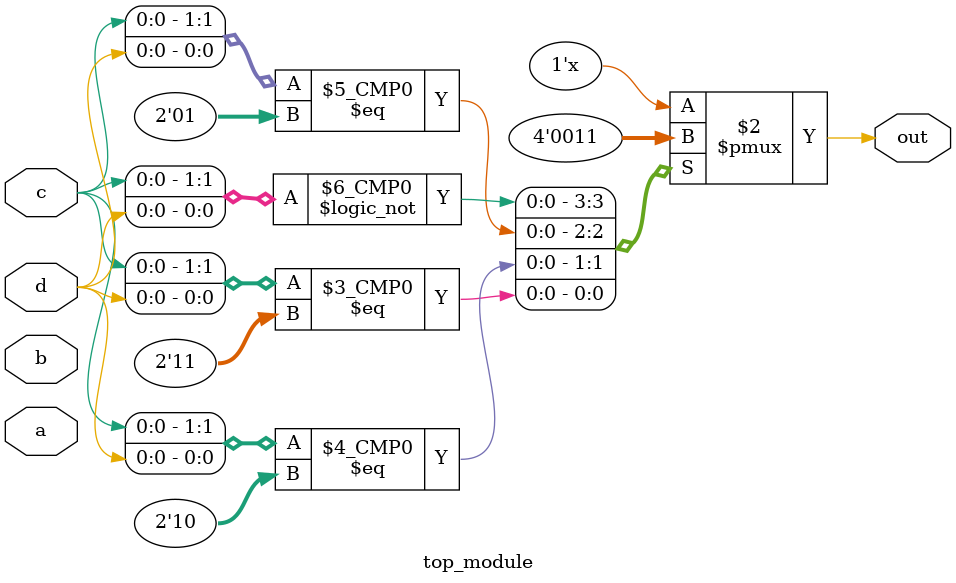
<source format=sv>
module top_module (
    input a,
    input b,
    input c,
    input d,
    output reg out
);

always @(*) begin
    case ({c, d})
        2'b00: out = 1'b0;
        2'b01: out = 1'b0;
        2'b10: out = 1'b1;
        2'b11: out = 1'b1;
    endcase
end

endmodule

</source>
